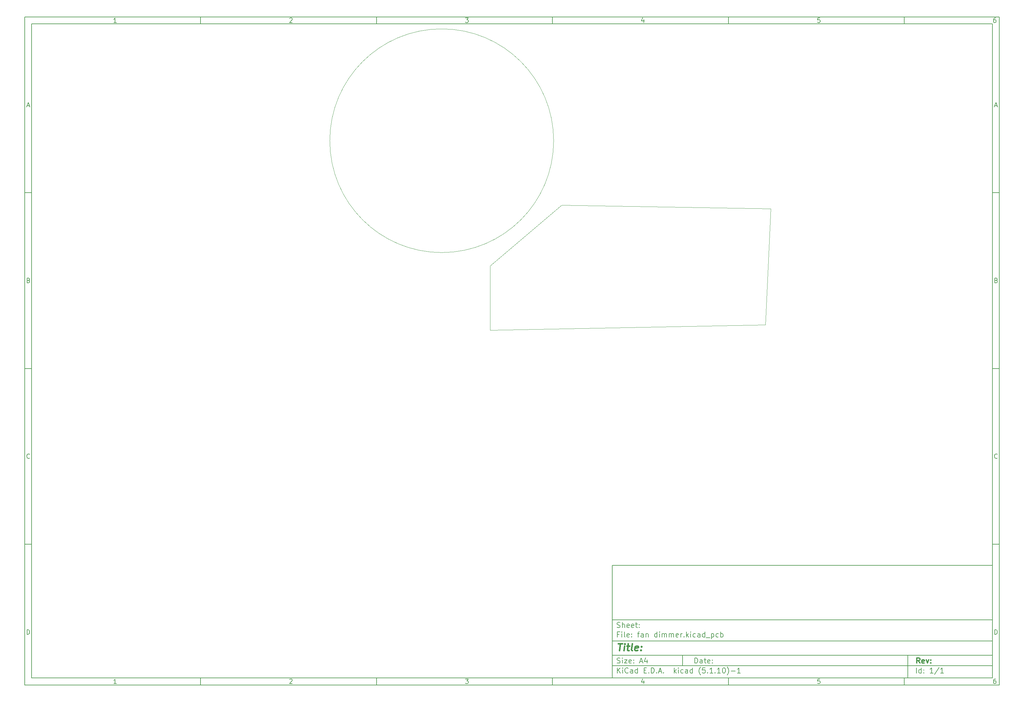
<source format=gm1>
%TF.GenerationSoftware,KiCad,Pcbnew,(5.1.10)-1*%
%TF.CreationDate,2021-11-11T09:46:56+05:30*%
%TF.ProjectId,fan dimmer,66616e20-6469-46d6-9d65-722e6b696361,rev?*%
%TF.SameCoordinates,Original*%
%TF.FileFunction,Profile,NP*%
%FSLAX46Y46*%
G04 Gerber Fmt 4.6, Leading zero omitted, Abs format (unit mm)*
G04 Created by KiCad (PCBNEW (5.1.10)-1) date 2021-11-11 09:46:56*
%MOMM*%
%LPD*%
G01*
G04 APERTURE LIST*
%ADD10C,0.100000*%
%ADD11C,0.150000*%
%ADD12C,0.300000*%
%ADD13C,0.400000*%
%TA.AperFunction,Profile*%
%ADD14C,0.050000*%
%TD*%
G04 APERTURE END LIST*
D10*
D11*
X177002200Y-166007200D02*
X177002200Y-198007200D01*
X285002200Y-198007200D01*
X285002200Y-166007200D01*
X177002200Y-166007200D01*
D10*
D11*
X10000000Y-10000000D02*
X10000000Y-200007200D01*
X287002200Y-200007200D01*
X287002200Y-10000000D01*
X10000000Y-10000000D01*
D10*
D11*
X12000000Y-12000000D02*
X12000000Y-198007200D01*
X285002200Y-198007200D01*
X285002200Y-12000000D01*
X12000000Y-12000000D01*
D10*
D11*
X60000000Y-12000000D02*
X60000000Y-10000000D01*
D10*
D11*
X110000000Y-12000000D02*
X110000000Y-10000000D01*
D10*
D11*
X160000000Y-12000000D02*
X160000000Y-10000000D01*
D10*
D11*
X210000000Y-12000000D02*
X210000000Y-10000000D01*
D10*
D11*
X260000000Y-12000000D02*
X260000000Y-10000000D01*
D10*
D11*
X36065476Y-11588095D02*
X35322619Y-11588095D01*
X35694047Y-11588095D02*
X35694047Y-10288095D01*
X35570238Y-10473809D01*
X35446428Y-10597619D01*
X35322619Y-10659523D01*
D10*
D11*
X85322619Y-10411904D02*
X85384523Y-10350000D01*
X85508333Y-10288095D01*
X85817857Y-10288095D01*
X85941666Y-10350000D01*
X86003571Y-10411904D01*
X86065476Y-10535714D01*
X86065476Y-10659523D01*
X86003571Y-10845238D01*
X85260714Y-11588095D01*
X86065476Y-11588095D01*
D10*
D11*
X135260714Y-10288095D02*
X136065476Y-10288095D01*
X135632142Y-10783333D01*
X135817857Y-10783333D01*
X135941666Y-10845238D01*
X136003571Y-10907142D01*
X136065476Y-11030952D01*
X136065476Y-11340476D01*
X136003571Y-11464285D01*
X135941666Y-11526190D01*
X135817857Y-11588095D01*
X135446428Y-11588095D01*
X135322619Y-11526190D01*
X135260714Y-11464285D01*
D10*
D11*
X185941666Y-10721428D02*
X185941666Y-11588095D01*
X185632142Y-10226190D02*
X185322619Y-11154761D01*
X186127380Y-11154761D01*
D10*
D11*
X236003571Y-10288095D02*
X235384523Y-10288095D01*
X235322619Y-10907142D01*
X235384523Y-10845238D01*
X235508333Y-10783333D01*
X235817857Y-10783333D01*
X235941666Y-10845238D01*
X236003571Y-10907142D01*
X236065476Y-11030952D01*
X236065476Y-11340476D01*
X236003571Y-11464285D01*
X235941666Y-11526190D01*
X235817857Y-11588095D01*
X235508333Y-11588095D01*
X235384523Y-11526190D01*
X235322619Y-11464285D01*
D10*
D11*
X285941666Y-10288095D02*
X285694047Y-10288095D01*
X285570238Y-10350000D01*
X285508333Y-10411904D01*
X285384523Y-10597619D01*
X285322619Y-10845238D01*
X285322619Y-11340476D01*
X285384523Y-11464285D01*
X285446428Y-11526190D01*
X285570238Y-11588095D01*
X285817857Y-11588095D01*
X285941666Y-11526190D01*
X286003571Y-11464285D01*
X286065476Y-11340476D01*
X286065476Y-11030952D01*
X286003571Y-10907142D01*
X285941666Y-10845238D01*
X285817857Y-10783333D01*
X285570238Y-10783333D01*
X285446428Y-10845238D01*
X285384523Y-10907142D01*
X285322619Y-11030952D01*
D10*
D11*
X60000000Y-198007200D02*
X60000000Y-200007200D01*
D10*
D11*
X110000000Y-198007200D02*
X110000000Y-200007200D01*
D10*
D11*
X160000000Y-198007200D02*
X160000000Y-200007200D01*
D10*
D11*
X210000000Y-198007200D02*
X210000000Y-200007200D01*
D10*
D11*
X260000000Y-198007200D02*
X260000000Y-200007200D01*
D10*
D11*
X36065476Y-199595295D02*
X35322619Y-199595295D01*
X35694047Y-199595295D02*
X35694047Y-198295295D01*
X35570238Y-198481009D01*
X35446428Y-198604819D01*
X35322619Y-198666723D01*
D10*
D11*
X85322619Y-198419104D02*
X85384523Y-198357200D01*
X85508333Y-198295295D01*
X85817857Y-198295295D01*
X85941666Y-198357200D01*
X86003571Y-198419104D01*
X86065476Y-198542914D01*
X86065476Y-198666723D01*
X86003571Y-198852438D01*
X85260714Y-199595295D01*
X86065476Y-199595295D01*
D10*
D11*
X135260714Y-198295295D02*
X136065476Y-198295295D01*
X135632142Y-198790533D01*
X135817857Y-198790533D01*
X135941666Y-198852438D01*
X136003571Y-198914342D01*
X136065476Y-199038152D01*
X136065476Y-199347676D01*
X136003571Y-199471485D01*
X135941666Y-199533390D01*
X135817857Y-199595295D01*
X135446428Y-199595295D01*
X135322619Y-199533390D01*
X135260714Y-199471485D01*
D10*
D11*
X185941666Y-198728628D02*
X185941666Y-199595295D01*
X185632142Y-198233390D02*
X185322619Y-199161961D01*
X186127380Y-199161961D01*
D10*
D11*
X236003571Y-198295295D02*
X235384523Y-198295295D01*
X235322619Y-198914342D01*
X235384523Y-198852438D01*
X235508333Y-198790533D01*
X235817857Y-198790533D01*
X235941666Y-198852438D01*
X236003571Y-198914342D01*
X236065476Y-199038152D01*
X236065476Y-199347676D01*
X236003571Y-199471485D01*
X235941666Y-199533390D01*
X235817857Y-199595295D01*
X235508333Y-199595295D01*
X235384523Y-199533390D01*
X235322619Y-199471485D01*
D10*
D11*
X285941666Y-198295295D02*
X285694047Y-198295295D01*
X285570238Y-198357200D01*
X285508333Y-198419104D01*
X285384523Y-198604819D01*
X285322619Y-198852438D01*
X285322619Y-199347676D01*
X285384523Y-199471485D01*
X285446428Y-199533390D01*
X285570238Y-199595295D01*
X285817857Y-199595295D01*
X285941666Y-199533390D01*
X286003571Y-199471485D01*
X286065476Y-199347676D01*
X286065476Y-199038152D01*
X286003571Y-198914342D01*
X285941666Y-198852438D01*
X285817857Y-198790533D01*
X285570238Y-198790533D01*
X285446428Y-198852438D01*
X285384523Y-198914342D01*
X285322619Y-199038152D01*
D10*
D11*
X10000000Y-60000000D02*
X12000000Y-60000000D01*
D10*
D11*
X10000000Y-110000000D02*
X12000000Y-110000000D01*
D10*
D11*
X10000000Y-160000000D02*
X12000000Y-160000000D01*
D10*
D11*
X10690476Y-35216666D02*
X11309523Y-35216666D01*
X10566666Y-35588095D02*
X11000000Y-34288095D01*
X11433333Y-35588095D01*
D10*
D11*
X11092857Y-84907142D02*
X11278571Y-84969047D01*
X11340476Y-85030952D01*
X11402380Y-85154761D01*
X11402380Y-85340476D01*
X11340476Y-85464285D01*
X11278571Y-85526190D01*
X11154761Y-85588095D01*
X10659523Y-85588095D01*
X10659523Y-84288095D01*
X11092857Y-84288095D01*
X11216666Y-84350000D01*
X11278571Y-84411904D01*
X11340476Y-84535714D01*
X11340476Y-84659523D01*
X11278571Y-84783333D01*
X11216666Y-84845238D01*
X11092857Y-84907142D01*
X10659523Y-84907142D01*
D10*
D11*
X11402380Y-135464285D02*
X11340476Y-135526190D01*
X11154761Y-135588095D01*
X11030952Y-135588095D01*
X10845238Y-135526190D01*
X10721428Y-135402380D01*
X10659523Y-135278571D01*
X10597619Y-135030952D01*
X10597619Y-134845238D01*
X10659523Y-134597619D01*
X10721428Y-134473809D01*
X10845238Y-134350000D01*
X11030952Y-134288095D01*
X11154761Y-134288095D01*
X11340476Y-134350000D01*
X11402380Y-134411904D01*
D10*
D11*
X10659523Y-185588095D02*
X10659523Y-184288095D01*
X10969047Y-184288095D01*
X11154761Y-184350000D01*
X11278571Y-184473809D01*
X11340476Y-184597619D01*
X11402380Y-184845238D01*
X11402380Y-185030952D01*
X11340476Y-185278571D01*
X11278571Y-185402380D01*
X11154761Y-185526190D01*
X10969047Y-185588095D01*
X10659523Y-185588095D01*
D10*
D11*
X287002200Y-60000000D02*
X285002200Y-60000000D01*
D10*
D11*
X287002200Y-110000000D02*
X285002200Y-110000000D01*
D10*
D11*
X287002200Y-160000000D02*
X285002200Y-160000000D01*
D10*
D11*
X285692676Y-35216666D02*
X286311723Y-35216666D01*
X285568866Y-35588095D02*
X286002200Y-34288095D01*
X286435533Y-35588095D01*
D10*
D11*
X286095057Y-84907142D02*
X286280771Y-84969047D01*
X286342676Y-85030952D01*
X286404580Y-85154761D01*
X286404580Y-85340476D01*
X286342676Y-85464285D01*
X286280771Y-85526190D01*
X286156961Y-85588095D01*
X285661723Y-85588095D01*
X285661723Y-84288095D01*
X286095057Y-84288095D01*
X286218866Y-84350000D01*
X286280771Y-84411904D01*
X286342676Y-84535714D01*
X286342676Y-84659523D01*
X286280771Y-84783333D01*
X286218866Y-84845238D01*
X286095057Y-84907142D01*
X285661723Y-84907142D01*
D10*
D11*
X286404580Y-135464285D02*
X286342676Y-135526190D01*
X286156961Y-135588095D01*
X286033152Y-135588095D01*
X285847438Y-135526190D01*
X285723628Y-135402380D01*
X285661723Y-135278571D01*
X285599819Y-135030952D01*
X285599819Y-134845238D01*
X285661723Y-134597619D01*
X285723628Y-134473809D01*
X285847438Y-134350000D01*
X286033152Y-134288095D01*
X286156961Y-134288095D01*
X286342676Y-134350000D01*
X286404580Y-134411904D01*
D10*
D11*
X285661723Y-185588095D02*
X285661723Y-184288095D01*
X285971247Y-184288095D01*
X286156961Y-184350000D01*
X286280771Y-184473809D01*
X286342676Y-184597619D01*
X286404580Y-184845238D01*
X286404580Y-185030952D01*
X286342676Y-185278571D01*
X286280771Y-185402380D01*
X286156961Y-185526190D01*
X285971247Y-185588095D01*
X285661723Y-185588095D01*
D10*
D11*
X200434342Y-193785771D02*
X200434342Y-192285771D01*
X200791485Y-192285771D01*
X201005771Y-192357200D01*
X201148628Y-192500057D01*
X201220057Y-192642914D01*
X201291485Y-192928628D01*
X201291485Y-193142914D01*
X201220057Y-193428628D01*
X201148628Y-193571485D01*
X201005771Y-193714342D01*
X200791485Y-193785771D01*
X200434342Y-193785771D01*
X202577200Y-193785771D02*
X202577200Y-193000057D01*
X202505771Y-192857200D01*
X202362914Y-192785771D01*
X202077200Y-192785771D01*
X201934342Y-192857200D01*
X202577200Y-193714342D02*
X202434342Y-193785771D01*
X202077200Y-193785771D01*
X201934342Y-193714342D01*
X201862914Y-193571485D01*
X201862914Y-193428628D01*
X201934342Y-193285771D01*
X202077200Y-193214342D01*
X202434342Y-193214342D01*
X202577200Y-193142914D01*
X203077200Y-192785771D02*
X203648628Y-192785771D01*
X203291485Y-192285771D02*
X203291485Y-193571485D01*
X203362914Y-193714342D01*
X203505771Y-193785771D01*
X203648628Y-193785771D01*
X204720057Y-193714342D02*
X204577200Y-193785771D01*
X204291485Y-193785771D01*
X204148628Y-193714342D01*
X204077200Y-193571485D01*
X204077200Y-193000057D01*
X204148628Y-192857200D01*
X204291485Y-192785771D01*
X204577200Y-192785771D01*
X204720057Y-192857200D01*
X204791485Y-193000057D01*
X204791485Y-193142914D01*
X204077200Y-193285771D01*
X205434342Y-193642914D02*
X205505771Y-193714342D01*
X205434342Y-193785771D01*
X205362914Y-193714342D01*
X205434342Y-193642914D01*
X205434342Y-193785771D01*
X205434342Y-192857200D02*
X205505771Y-192928628D01*
X205434342Y-193000057D01*
X205362914Y-192928628D01*
X205434342Y-192857200D01*
X205434342Y-193000057D01*
D10*
D11*
X177002200Y-194507200D02*
X285002200Y-194507200D01*
D10*
D11*
X178434342Y-196585771D02*
X178434342Y-195085771D01*
X179291485Y-196585771D02*
X178648628Y-195728628D01*
X179291485Y-195085771D02*
X178434342Y-195942914D01*
X179934342Y-196585771D02*
X179934342Y-195585771D01*
X179934342Y-195085771D02*
X179862914Y-195157200D01*
X179934342Y-195228628D01*
X180005771Y-195157200D01*
X179934342Y-195085771D01*
X179934342Y-195228628D01*
X181505771Y-196442914D02*
X181434342Y-196514342D01*
X181220057Y-196585771D01*
X181077200Y-196585771D01*
X180862914Y-196514342D01*
X180720057Y-196371485D01*
X180648628Y-196228628D01*
X180577200Y-195942914D01*
X180577200Y-195728628D01*
X180648628Y-195442914D01*
X180720057Y-195300057D01*
X180862914Y-195157200D01*
X181077200Y-195085771D01*
X181220057Y-195085771D01*
X181434342Y-195157200D01*
X181505771Y-195228628D01*
X182791485Y-196585771D02*
X182791485Y-195800057D01*
X182720057Y-195657200D01*
X182577200Y-195585771D01*
X182291485Y-195585771D01*
X182148628Y-195657200D01*
X182791485Y-196514342D02*
X182648628Y-196585771D01*
X182291485Y-196585771D01*
X182148628Y-196514342D01*
X182077200Y-196371485D01*
X182077200Y-196228628D01*
X182148628Y-196085771D01*
X182291485Y-196014342D01*
X182648628Y-196014342D01*
X182791485Y-195942914D01*
X184148628Y-196585771D02*
X184148628Y-195085771D01*
X184148628Y-196514342D02*
X184005771Y-196585771D01*
X183720057Y-196585771D01*
X183577200Y-196514342D01*
X183505771Y-196442914D01*
X183434342Y-196300057D01*
X183434342Y-195871485D01*
X183505771Y-195728628D01*
X183577200Y-195657200D01*
X183720057Y-195585771D01*
X184005771Y-195585771D01*
X184148628Y-195657200D01*
X186005771Y-195800057D02*
X186505771Y-195800057D01*
X186720057Y-196585771D02*
X186005771Y-196585771D01*
X186005771Y-195085771D01*
X186720057Y-195085771D01*
X187362914Y-196442914D02*
X187434342Y-196514342D01*
X187362914Y-196585771D01*
X187291485Y-196514342D01*
X187362914Y-196442914D01*
X187362914Y-196585771D01*
X188077200Y-196585771D02*
X188077200Y-195085771D01*
X188434342Y-195085771D01*
X188648628Y-195157200D01*
X188791485Y-195300057D01*
X188862914Y-195442914D01*
X188934342Y-195728628D01*
X188934342Y-195942914D01*
X188862914Y-196228628D01*
X188791485Y-196371485D01*
X188648628Y-196514342D01*
X188434342Y-196585771D01*
X188077200Y-196585771D01*
X189577200Y-196442914D02*
X189648628Y-196514342D01*
X189577200Y-196585771D01*
X189505771Y-196514342D01*
X189577200Y-196442914D01*
X189577200Y-196585771D01*
X190220057Y-196157200D02*
X190934342Y-196157200D01*
X190077200Y-196585771D02*
X190577200Y-195085771D01*
X191077200Y-196585771D01*
X191577200Y-196442914D02*
X191648628Y-196514342D01*
X191577200Y-196585771D01*
X191505771Y-196514342D01*
X191577200Y-196442914D01*
X191577200Y-196585771D01*
X194577200Y-196585771D02*
X194577200Y-195085771D01*
X194720057Y-196014342D02*
X195148628Y-196585771D01*
X195148628Y-195585771D02*
X194577200Y-196157200D01*
X195791485Y-196585771D02*
X195791485Y-195585771D01*
X195791485Y-195085771D02*
X195720057Y-195157200D01*
X195791485Y-195228628D01*
X195862914Y-195157200D01*
X195791485Y-195085771D01*
X195791485Y-195228628D01*
X197148628Y-196514342D02*
X197005771Y-196585771D01*
X196720057Y-196585771D01*
X196577200Y-196514342D01*
X196505771Y-196442914D01*
X196434342Y-196300057D01*
X196434342Y-195871485D01*
X196505771Y-195728628D01*
X196577200Y-195657200D01*
X196720057Y-195585771D01*
X197005771Y-195585771D01*
X197148628Y-195657200D01*
X198434342Y-196585771D02*
X198434342Y-195800057D01*
X198362914Y-195657200D01*
X198220057Y-195585771D01*
X197934342Y-195585771D01*
X197791485Y-195657200D01*
X198434342Y-196514342D02*
X198291485Y-196585771D01*
X197934342Y-196585771D01*
X197791485Y-196514342D01*
X197720057Y-196371485D01*
X197720057Y-196228628D01*
X197791485Y-196085771D01*
X197934342Y-196014342D01*
X198291485Y-196014342D01*
X198434342Y-195942914D01*
X199791485Y-196585771D02*
X199791485Y-195085771D01*
X199791485Y-196514342D02*
X199648628Y-196585771D01*
X199362914Y-196585771D01*
X199220057Y-196514342D01*
X199148628Y-196442914D01*
X199077200Y-196300057D01*
X199077200Y-195871485D01*
X199148628Y-195728628D01*
X199220057Y-195657200D01*
X199362914Y-195585771D01*
X199648628Y-195585771D01*
X199791485Y-195657200D01*
X202077200Y-197157200D02*
X202005771Y-197085771D01*
X201862914Y-196871485D01*
X201791485Y-196728628D01*
X201720057Y-196514342D01*
X201648628Y-196157200D01*
X201648628Y-195871485D01*
X201720057Y-195514342D01*
X201791485Y-195300057D01*
X201862914Y-195157200D01*
X202005771Y-194942914D01*
X202077200Y-194871485D01*
X203362914Y-195085771D02*
X202648628Y-195085771D01*
X202577200Y-195800057D01*
X202648628Y-195728628D01*
X202791485Y-195657200D01*
X203148628Y-195657200D01*
X203291485Y-195728628D01*
X203362914Y-195800057D01*
X203434342Y-195942914D01*
X203434342Y-196300057D01*
X203362914Y-196442914D01*
X203291485Y-196514342D01*
X203148628Y-196585771D01*
X202791485Y-196585771D01*
X202648628Y-196514342D01*
X202577200Y-196442914D01*
X204077200Y-196442914D02*
X204148628Y-196514342D01*
X204077200Y-196585771D01*
X204005771Y-196514342D01*
X204077200Y-196442914D01*
X204077200Y-196585771D01*
X205577200Y-196585771D02*
X204720057Y-196585771D01*
X205148628Y-196585771D02*
X205148628Y-195085771D01*
X205005771Y-195300057D01*
X204862914Y-195442914D01*
X204720057Y-195514342D01*
X206220057Y-196442914D02*
X206291485Y-196514342D01*
X206220057Y-196585771D01*
X206148628Y-196514342D01*
X206220057Y-196442914D01*
X206220057Y-196585771D01*
X207720057Y-196585771D02*
X206862914Y-196585771D01*
X207291485Y-196585771D02*
X207291485Y-195085771D01*
X207148628Y-195300057D01*
X207005771Y-195442914D01*
X206862914Y-195514342D01*
X208648628Y-195085771D02*
X208791485Y-195085771D01*
X208934342Y-195157200D01*
X209005771Y-195228628D01*
X209077200Y-195371485D01*
X209148628Y-195657200D01*
X209148628Y-196014342D01*
X209077200Y-196300057D01*
X209005771Y-196442914D01*
X208934342Y-196514342D01*
X208791485Y-196585771D01*
X208648628Y-196585771D01*
X208505771Y-196514342D01*
X208434342Y-196442914D01*
X208362914Y-196300057D01*
X208291485Y-196014342D01*
X208291485Y-195657200D01*
X208362914Y-195371485D01*
X208434342Y-195228628D01*
X208505771Y-195157200D01*
X208648628Y-195085771D01*
X209648628Y-197157200D02*
X209720057Y-197085771D01*
X209862914Y-196871485D01*
X209934342Y-196728628D01*
X210005771Y-196514342D01*
X210077200Y-196157200D01*
X210077200Y-195871485D01*
X210005771Y-195514342D01*
X209934342Y-195300057D01*
X209862914Y-195157200D01*
X209720057Y-194942914D01*
X209648628Y-194871485D01*
X210791485Y-196014342D02*
X211934342Y-196014342D01*
X213434342Y-196585771D02*
X212577200Y-196585771D01*
X213005771Y-196585771D02*
X213005771Y-195085771D01*
X212862914Y-195300057D01*
X212720057Y-195442914D01*
X212577200Y-195514342D01*
D10*
D11*
X177002200Y-191507200D02*
X285002200Y-191507200D01*
D10*
D12*
X264411485Y-193785771D02*
X263911485Y-193071485D01*
X263554342Y-193785771D02*
X263554342Y-192285771D01*
X264125771Y-192285771D01*
X264268628Y-192357200D01*
X264340057Y-192428628D01*
X264411485Y-192571485D01*
X264411485Y-192785771D01*
X264340057Y-192928628D01*
X264268628Y-193000057D01*
X264125771Y-193071485D01*
X263554342Y-193071485D01*
X265625771Y-193714342D02*
X265482914Y-193785771D01*
X265197200Y-193785771D01*
X265054342Y-193714342D01*
X264982914Y-193571485D01*
X264982914Y-193000057D01*
X265054342Y-192857200D01*
X265197200Y-192785771D01*
X265482914Y-192785771D01*
X265625771Y-192857200D01*
X265697200Y-193000057D01*
X265697200Y-193142914D01*
X264982914Y-193285771D01*
X266197200Y-192785771D02*
X266554342Y-193785771D01*
X266911485Y-192785771D01*
X267482914Y-193642914D02*
X267554342Y-193714342D01*
X267482914Y-193785771D01*
X267411485Y-193714342D01*
X267482914Y-193642914D01*
X267482914Y-193785771D01*
X267482914Y-192857200D02*
X267554342Y-192928628D01*
X267482914Y-193000057D01*
X267411485Y-192928628D01*
X267482914Y-192857200D01*
X267482914Y-193000057D01*
D10*
D11*
X178362914Y-193714342D02*
X178577200Y-193785771D01*
X178934342Y-193785771D01*
X179077200Y-193714342D01*
X179148628Y-193642914D01*
X179220057Y-193500057D01*
X179220057Y-193357200D01*
X179148628Y-193214342D01*
X179077200Y-193142914D01*
X178934342Y-193071485D01*
X178648628Y-193000057D01*
X178505771Y-192928628D01*
X178434342Y-192857200D01*
X178362914Y-192714342D01*
X178362914Y-192571485D01*
X178434342Y-192428628D01*
X178505771Y-192357200D01*
X178648628Y-192285771D01*
X179005771Y-192285771D01*
X179220057Y-192357200D01*
X179862914Y-193785771D02*
X179862914Y-192785771D01*
X179862914Y-192285771D02*
X179791485Y-192357200D01*
X179862914Y-192428628D01*
X179934342Y-192357200D01*
X179862914Y-192285771D01*
X179862914Y-192428628D01*
X180434342Y-192785771D02*
X181220057Y-192785771D01*
X180434342Y-193785771D01*
X181220057Y-193785771D01*
X182362914Y-193714342D02*
X182220057Y-193785771D01*
X181934342Y-193785771D01*
X181791485Y-193714342D01*
X181720057Y-193571485D01*
X181720057Y-193000057D01*
X181791485Y-192857200D01*
X181934342Y-192785771D01*
X182220057Y-192785771D01*
X182362914Y-192857200D01*
X182434342Y-193000057D01*
X182434342Y-193142914D01*
X181720057Y-193285771D01*
X183077200Y-193642914D02*
X183148628Y-193714342D01*
X183077200Y-193785771D01*
X183005771Y-193714342D01*
X183077200Y-193642914D01*
X183077200Y-193785771D01*
X183077200Y-192857200D02*
X183148628Y-192928628D01*
X183077200Y-193000057D01*
X183005771Y-192928628D01*
X183077200Y-192857200D01*
X183077200Y-193000057D01*
X184862914Y-193357200D02*
X185577200Y-193357200D01*
X184720057Y-193785771D02*
X185220057Y-192285771D01*
X185720057Y-193785771D01*
X186862914Y-192785771D02*
X186862914Y-193785771D01*
X186505771Y-192214342D02*
X186148628Y-193285771D01*
X187077200Y-193285771D01*
D10*
D11*
X263434342Y-196585771D02*
X263434342Y-195085771D01*
X264791485Y-196585771D02*
X264791485Y-195085771D01*
X264791485Y-196514342D02*
X264648628Y-196585771D01*
X264362914Y-196585771D01*
X264220057Y-196514342D01*
X264148628Y-196442914D01*
X264077200Y-196300057D01*
X264077200Y-195871485D01*
X264148628Y-195728628D01*
X264220057Y-195657200D01*
X264362914Y-195585771D01*
X264648628Y-195585771D01*
X264791485Y-195657200D01*
X265505771Y-196442914D02*
X265577200Y-196514342D01*
X265505771Y-196585771D01*
X265434342Y-196514342D01*
X265505771Y-196442914D01*
X265505771Y-196585771D01*
X265505771Y-195657200D02*
X265577200Y-195728628D01*
X265505771Y-195800057D01*
X265434342Y-195728628D01*
X265505771Y-195657200D01*
X265505771Y-195800057D01*
X268148628Y-196585771D02*
X267291485Y-196585771D01*
X267720057Y-196585771D02*
X267720057Y-195085771D01*
X267577200Y-195300057D01*
X267434342Y-195442914D01*
X267291485Y-195514342D01*
X269862914Y-195014342D02*
X268577200Y-196942914D01*
X271148628Y-196585771D02*
X270291485Y-196585771D01*
X270720057Y-196585771D02*
X270720057Y-195085771D01*
X270577200Y-195300057D01*
X270434342Y-195442914D01*
X270291485Y-195514342D01*
D10*
D11*
X177002200Y-187507200D02*
X285002200Y-187507200D01*
D10*
D13*
X178714580Y-188211961D02*
X179857438Y-188211961D01*
X179036009Y-190211961D02*
X179286009Y-188211961D01*
X180274104Y-190211961D02*
X180440771Y-188878628D01*
X180524104Y-188211961D02*
X180416961Y-188307200D01*
X180500295Y-188402438D01*
X180607438Y-188307200D01*
X180524104Y-188211961D01*
X180500295Y-188402438D01*
X181107438Y-188878628D02*
X181869342Y-188878628D01*
X181476485Y-188211961D02*
X181262200Y-189926247D01*
X181333628Y-190116723D01*
X181512200Y-190211961D01*
X181702676Y-190211961D01*
X182655057Y-190211961D02*
X182476485Y-190116723D01*
X182405057Y-189926247D01*
X182619342Y-188211961D01*
X184190771Y-190116723D02*
X183988390Y-190211961D01*
X183607438Y-190211961D01*
X183428866Y-190116723D01*
X183357438Y-189926247D01*
X183452676Y-189164342D01*
X183571723Y-188973866D01*
X183774104Y-188878628D01*
X184155057Y-188878628D01*
X184333628Y-188973866D01*
X184405057Y-189164342D01*
X184381247Y-189354819D01*
X183405057Y-189545295D01*
X185155057Y-190021485D02*
X185238390Y-190116723D01*
X185131247Y-190211961D01*
X185047914Y-190116723D01*
X185155057Y-190021485D01*
X185131247Y-190211961D01*
X185286009Y-188973866D02*
X185369342Y-189069104D01*
X185262200Y-189164342D01*
X185178866Y-189069104D01*
X185286009Y-188973866D01*
X185262200Y-189164342D01*
D10*
D11*
X178934342Y-185600057D02*
X178434342Y-185600057D01*
X178434342Y-186385771D02*
X178434342Y-184885771D01*
X179148628Y-184885771D01*
X179720057Y-186385771D02*
X179720057Y-185385771D01*
X179720057Y-184885771D02*
X179648628Y-184957200D01*
X179720057Y-185028628D01*
X179791485Y-184957200D01*
X179720057Y-184885771D01*
X179720057Y-185028628D01*
X180648628Y-186385771D02*
X180505771Y-186314342D01*
X180434342Y-186171485D01*
X180434342Y-184885771D01*
X181791485Y-186314342D02*
X181648628Y-186385771D01*
X181362914Y-186385771D01*
X181220057Y-186314342D01*
X181148628Y-186171485D01*
X181148628Y-185600057D01*
X181220057Y-185457200D01*
X181362914Y-185385771D01*
X181648628Y-185385771D01*
X181791485Y-185457200D01*
X181862914Y-185600057D01*
X181862914Y-185742914D01*
X181148628Y-185885771D01*
X182505771Y-186242914D02*
X182577200Y-186314342D01*
X182505771Y-186385771D01*
X182434342Y-186314342D01*
X182505771Y-186242914D01*
X182505771Y-186385771D01*
X182505771Y-185457200D02*
X182577200Y-185528628D01*
X182505771Y-185600057D01*
X182434342Y-185528628D01*
X182505771Y-185457200D01*
X182505771Y-185600057D01*
X184148628Y-185385771D02*
X184720057Y-185385771D01*
X184362914Y-186385771D02*
X184362914Y-185100057D01*
X184434342Y-184957200D01*
X184577200Y-184885771D01*
X184720057Y-184885771D01*
X185862914Y-186385771D02*
X185862914Y-185600057D01*
X185791485Y-185457200D01*
X185648628Y-185385771D01*
X185362914Y-185385771D01*
X185220057Y-185457200D01*
X185862914Y-186314342D02*
X185720057Y-186385771D01*
X185362914Y-186385771D01*
X185220057Y-186314342D01*
X185148628Y-186171485D01*
X185148628Y-186028628D01*
X185220057Y-185885771D01*
X185362914Y-185814342D01*
X185720057Y-185814342D01*
X185862914Y-185742914D01*
X186577200Y-185385771D02*
X186577200Y-186385771D01*
X186577200Y-185528628D02*
X186648628Y-185457200D01*
X186791485Y-185385771D01*
X187005771Y-185385771D01*
X187148628Y-185457200D01*
X187220057Y-185600057D01*
X187220057Y-186385771D01*
X189720057Y-186385771D02*
X189720057Y-184885771D01*
X189720057Y-186314342D02*
X189577200Y-186385771D01*
X189291485Y-186385771D01*
X189148628Y-186314342D01*
X189077200Y-186242914D01*
X189005771Y-186100057D01*
X189005771Y-185671485D01*
X189077200Y-185528628D01*
X189148628Y-185457200D01*
X189291485Y-185385771D01*
X189577200Y-185385771D01*
X189720057Y-185457200D01*
X190434342Y-186385771D02*
X190434342Y-185385771D01*
X190434342Y-184885771D02*
X190362914Y-184957200D01*
X190434342Y-185028628D01*
X190505771Y-184957200D01*
X190434342Y-184885771D01*
X190434342Y-185028628D01*
X191148628Y-186385771D02*
X191148628Y-185385771D01*
X191148628Y-185528628D02*
X191220057Y-185457200D01*
X191362914Y-185385771D01*
X191577200Y-185385771D01*
X191720057Y-185457200D01*
X191791485Y-185600057D01*
X191791485Y-186385771D01*
X191791485Y-185600057D02*
X191862914Y-185457200D01*
X192005771Y-185385771D01*
X192220057Y-185385771D01*
X192362914Y-185457200D01*
X192434342Y-185600057D01*
X192434342Y-186385771D01*
X193148628Y-186385771D02*
X193148628Y-185385771D01*
X193148628Y-185528628D02*
X193220057Y-185457200D01*
X193362914Y-185385771D01*
X193577200Y-185385771D01*
X193720057Y-185457200D01*
X193791485Y-185600057D01*
X193791485Y-186385771D01*
X193791485Y-185600057D02*
X193862914Y-185457200D01*
X194005771Y-185385771D01*
X194220057Y-185385771D01*
X194362914Y-185457200D01*
X194434342Y-185600057D01*
X194434342Y-186385771D01*
X195720057Y-186314342D02*
X195577200Y-186385771D01*
X195291485Y-186385771D01*
X195148628Y-186314342D01*
X195077200Y-186171485D01*
X195077200Y-185600057D01*
X195148628Y-185457200D01*
X195291485Y-185385771D01*
X195577200Y-185385771D01*
X195720057Y-185457200D01*
X195791485Y-185600057D01*
X195791485Y-185742914D01*
X195077200Y-185885771D01*
X196434342Y-186385771D02*
X196434342Y-185385771D01*
X196434342Y-185671485D02*
X196505771Y-185528628D01*
X196577200Y-185457200D01*
X196720057Y-185385771D01*
X196862914Y-185385771D01*
X197362914Y-186242914D02*
X197434342Y-186314342D01*
X197362914Y-186385771D01*
X197291485Y-186314342D01*
X197362914Y-186242914D01*
X197362914Y-186385771D01*
X198077200Y-186385771D02*
X198077200Y-184885771D01*
X198220057Y-185814342D02*
X198648628Y-186385771D01*
X198648628Y-185385771D02*
X198077200Y-185957200D01*
X199291485Y-186385771D02*
X199291485Y-185385771D01*
X199291485Y-184885771D02*
X199220057Y-184957200D01*
X199291485Y-185028628D01*
X199362914Y-184957200D01*
X199291485Y-184885771D01*
X199291485Y-185028628D01*
X200648628Y-186314342D02*
X200505771Y-186385771D01*
X200220057Y-186385771D01*
X200077200Y-186314342D01*
X200005771Y-186242914D01*
X199934342Y-186100057D01*
X199934342Y-185671485D01*
X200005771Y-185528628D01*
X200077200Y-185457200D01*
X200220057Y-185385771D01*
X200505771Y-185385771D01*
X200648628Y-185457200D01*
X201934342Y-186385771D02*
X201934342Y-185600057D01*
X201862914Y-185457200D01*
X201720057Y-185385771D01*
X201434342Y-185385771D01*
X201291485Y-185457200D01*
X201934342Y-186314342D02*
X201791485Y-186385771D01*
X201434342Y-186385771D01*
X201291485Y-186314342D01*
X201220057Y-186171485D01*
X201220057Y-186028628D01*
X201291485Y-185885771D01*
X201434342Y-185814342D01*
X201791485Y-185814342D01*
X201934342Y-185742914D01*
X203291485Y-186385771D02*
X203291485Y-184885771D01*
X203291485Y-186314342D02*
X203148628Y-186385771D01*
X202862914Y-186385771D01*
X202720057Y-186314342D01*
X202648628Y-186242914D01*
X202577200Y-186100057D01*
X202577200Y-185671485D01*
X202648628Y-185528628D01*
X202720057Y-185457200D01*
X202862914Y-185385771D01*
X203148628Y-185385771D01*
X203291485Y-185457200D01*
X203648628Y-186528628D02*
X204791485Y-186528628D01*
X205148628Y-185385771D02*
X205148628Y-186885771D01*
X205148628Y-185457200D02*
X205291485Y-185385771D01*
X205577200Y-185385771D01*
X205720057Y-185457200D01*
X205791485Y-185528628D01*
X205862914Y-185671485D01*
X205862914Y-186100057D01*
X205791485Y-186242914D01*
X205720057Y-186314342D01*
X205577200Y-186385771D01*
X205291485Y-186385771D01*
X205148628Y-186314342D01*
X207148628Y-186314342D02*
X207005771Y-186385771D01*
X206720057Y-186385771D01*
X206577200Y-186314342D01*
X206505771Y-186242914D01*
X206434342Y-186100057D01*
X206434342Y-185671485D01*
X206505771Y-185528628D01*
X206577200Y-185457200D01*
X206720057Y-185385771D01*
X207005771Y-185385771D01*
X207148628Y-185457200D01*
X207791485Y-186385771D02*
X207791485Y-184885771D01*
X207791485Y-185457200D02*
X207934342Y-185385771D01*
X208220057Y-185385771D01*
X208362914Y-185457200D01*
X208434342Y-185528628D01*
X208505771Y-185671485D01*
X208505771Y-186100057D01*
X208434342Y-186242914D01*
X208362914Y-186314342D01*
X208220057Y-186385771D01*
X207934342Y-186385771D01*
X207791485Y-186314342D01*
D10*
D11*
X177002200Y-181507200D02*
X285002200Y-181507200D01*
D10*
D11*
X178362914Y-183614342D02*
X178577200Y-183685771D01*
X178934342Y-183685771D01*
X179077200Y-183614342D01*
X179148628Y-183542914D01*
X179220057Y-183400057D01*
X179220057Y-183257200D01*
X179148628Y-183114342D01*
X179077200Y-183042914D01*
X178934342Y-182971485D01*
X178648628Y-182900057D01*
X178505771Y-182828628D01*
X178434342Y-182757200D01*
X178362914Y-182614342D01*
X178362914Y-182471485D01*
X178434342Y-182328628D01*
X178505771Y-182257200D01*
X178648628Y-182185771D01*
X179005771Y-182185771D01*
X179220057Y-182257200D01*
X179862914Y-183685771D02*
X179862914Y-182185771D01*
X180505771Y-183685771D02*
X180505771Y-182900057D01*
X180434342Y-182757200D01*
X180291485Y-182685771D01*
X180077200Y-182685771D01*
X179934342Y-182757200D01*
X179862914Y-182828628D01*
X181791485Y-183614342D02*
X181648628Y-183685771D01*
X181362914Y-183685771D01*
X181220057Y-183614342D01*
X181148628Y-183471485D01*
X181148628Y-182900057D01*
X181220057Y-182757200D01*
X181362914Y-182685771D01*
X181648628Y-182685771D01*
X181791485Y-182757200D01*
X181862914Y-182900057D01*
X181862914Y-183042914D01*
X181148628Y-183185771D01*
X183077200Y-183614342D02*
X182934342Y-183685771D01*
X182648628Y-183685771D01*
X182505771Y-183614342D01*
X182434342Y-183471485D01*
X182434342Y-182900057D01*
X182505771Y-182757200D01*
X182648628Y-182685771D01*
X182934342Y-182685771D01*
X183077200Y-182757200D01*
X183148628Y-182900057D01*
X183148628Y-183042914D01*
X182434342Y-183185771D01*
X183577200Y-182685771D02*
X184148628Y-182685771D01*
X183791485Y-182185771D02*
X183791485Y-183471485D01*
X183862914Y-183614342D01*
X184005771Y-183685771D01*
X184148628Y-183685771D01*
X184648628Y-183542914D02*
X184720057Y-183614342D01*
X184648628Y-183685771D01*
X184577200Y-183614342D01*
X184648628Y-183542914D01*
X184648628Y-183685771D01*
X184648628Y-182757200D02*
X184720057Y-182828628D01*
X184648628Y-182900057D01*
X184577200Y-182828628D01*
X184648628Y-182757200D01*
X184648628Y-182900057D01*
D10*
D11*
X197002200Y-191507200D02*
X197002200Y-194507200D01*
D10*
D11*
X261002200Y-191507200D02*
X261002200Y-198007200D01*
D14*
X160329831Y-45212000D02*
G75*
G03*
X160329831Y-45212000I-31805831J0D01*
G01*
X142240000Y-99060000D02*
X220472000Y-97536000D01*
X142240000Y-80772000D02*
X142240000Y-99060000D01*
X221996000Y-64516000D02*
X220472000Y-97536000D01*
X162560000Y-63500000D02*
X221996000Y-64516000D01*
X142240000Y-80772000D02*
X162560000Y-63500000D01*
M02*

</source>
